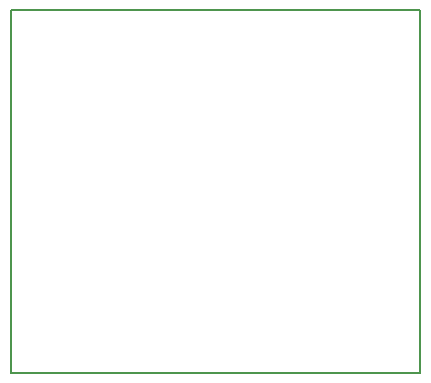
<source format=gbr>
G04 #@! TF.GenerationSoftware,KiCad,Pcbnew,(5.0.2)-1*
G04 #@! TF.CreationDate,2019-02-15T20:44:09+01:00*
G04 #@! TF.ProjectId,opamp temp sense,6f70616d-7020-4746-956d-702073656e73,rev?*
G04 #@! TF.SameCoordinates,PX77a9ca0PY5de3be0*
G04 #@! TF.FileFunction,Profile,NP*
%FSLAX46Y46*%
G04 Gerber Fmt 4.6, Leading zero omitted, Abs format (unit mm)*
G04 Created by KiCad (PCBNEW (5.0.2)-1) date 02/15/19 20:44:09*
%MOMM*%
%LPD*%
G01*
G04 APERTURE LIST*
%ADD10C,0.150000*%
G04 APERTURE END LIST*
D10*
X34594800Y30734000D02*
X34645600Y30683200D01*
X34645600Y0D02*
X34645600Y30683200D01*
X34036000Y0D02*
X34645600Y0D01*
X0Y0D02*
X34036000Y0D01*
X0Y609600D02*
X0Y0D01*
X0Y1270000D02*
X0Y609600D01*
X0Y30734000D02*
X0Y1270000D01*
X914400Y30734000D02*
X0Y30734000D01*
X34645600Y30734000D02*
X914400Y30734000D01*
M02*

</source>
